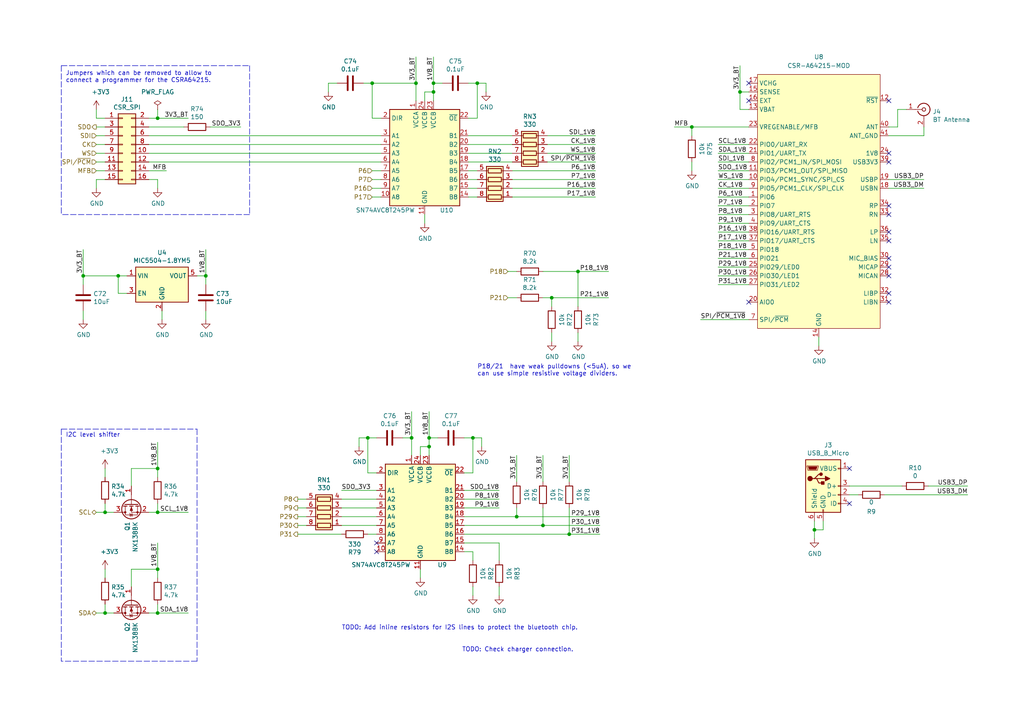
<source format=kicad_sch>
(kicad_sch (version 20201015) (generator eeschema)
  (paper "A4")
  (lib_symbols
    (symbol "Connector:Conn_Coaxial" (pin_names (offset 1.016) hide)
      (property "Reference" "J" (at 0.254 3.048 0))
      (property "Value" "Conn_Coaxial" (at 2.921 0 90))
      (symbol "Conn_Coaxial_0_1"
        (arc (start -1.778 0.508) (end 1.778 0) (radius (at -0.0508 0) (length 1.8034) (angles 163.6 0)) (stroke (width 0.254)))
        (arc (start 1.778 0) (end -1.778 -0.508) (radius (at -0.0254 0) (length 1.8034) (angles 0 -163.8)) (stroke (width 0.254)))
        (circle (center 0 0) (radius 0.508) (stroke (width 0.2032)))
        (polyline (pts (xy -2.54 0) (xy -0.508 0)))
        (polyline (pts (xy 0 -2.54) (xy 0 -1.778)))
      )
      (symbol "Conn_Coaxial_1_1"
        (pin passive line (at -5.08 0 0) (length 2.54) (name "In") (number "1"))
        (pin passive line (at 0 -5.08 90) (length 2.54) (name "Ext") (number "2"))
      )
    )
    (symbol "Connector:USB_B_Micro" (pin_names (offset 1.016))
      (property "Reference" "J" (at -5.08 11.43 0))
      (property "Value" "USB_B_Micro" (at -5.08 8.89 0))
      (symbol "USB_B_Micro_0_1"
        (circle (center -3.81 2.159) (radius 0.635) (stroke (width 0.254)) (fill (type outline)))
        (circle (center -0.635 3.429) (radius 0.381) (stroke (width 0.254)) (fill (type outline)))
        (rectangle (start -5.08 -7.62) (end 5.08 7.62) (stroke (width 0.254)) (fill (type background)))
        (rectangle (start -0.127 -7.62) (end 0.127 -6.858))
        (rectangle (start 0.254 1.27) (end -0.508 0.508) (stroke (width 0.254)) (fill (type outline)))
        (rectangle (start 5.08 -5.207) (end 4.318 -4.953))
        (rectangle (start 5.08 -2.667) (end 4.318 -2.413))
        (rectangle (start 5.08 -0.127) (end 4.318 0.127))
        (rectangle (start 5.08 4.953) (end 4.318 5.207))
        (polyline (pts (xy -1.905 2.159) (xy 0.635 2.159)) (stroke (width 0.254)))
        (polyline (pts (xy -3.175 2.159) (xy -2.54 2.159) (xy -1.27 3.429) (xy -0.635 3.429)) (stroke (width 0.254)))
        (polyline (pts (xy -2.54 2.159) (xy -1.905 2.159) (xy -1.27 0.889) (xy 0 0.889)) (stroke (width 0.254)))
        (polyline (pts (xy 0.635 2.794) (xy 0.635 1.524) (xy 1.905 2.159) (xy 0.635 2.794)) (stroke (width 0.254)) (fill (type outline)))
        (polyline (pts (xy -4.318 5.588) (xy -1.778 5.588) (xy -2.032 4.826) (xy -4.064 4.826) (xy -4.318 5.588)) (fill (type outline)))
        (polyline (pts (xy -4.699 5.842) (xy -4.699 5.588) (xy -4.445 4.826) (xy -4.445 4.572) (xy -1.651 4.572) (xy -1.651 4.826) (xy -1.397 5.588) (xy -1.397 5.842) (xy -4.699 5.842)))
      )
      (symbol "USB_B_Micro_1_1"
        (pin power_out line (at 7.62 5.08 180) (length 2.54) (name "VBUS") (number "1"))
        (pin bidirectional line (at 7.62 -2.54 180) (length 2.54) (name "D-") (number "2"))
        (pin bidirectional line (at 7.62 0 180) (length 2.54) (name "D+") (number "3"))
        (pin passive line (at 7.62 -5.08 180) (length 2.54) (name "ID") (number "4"))
        (pin power_out line (at 0 -10.16 90) (length 2.54) (name "GND") (number "5"))
        (pin passive line (at -2.54 -10.16 90) (length 2.54) (name "Shield") (number "6"))
      )
    )
    (symbol "Connector_Generic:Conn_02x08_Odd_Even" (pin_names (offset 1.016) hide)
      (property "Reference" "J" (at 1.27 10.16 0))
      (property "Value" "Conn_02x08_Odd_Even" (at 1.27 -12.7 0))
      (symbol "Conn_02x08_Odd_Even_1_1"
        (rectangle (start -1.27 -4.953) (end 0 -5.207) (stroke (width 0.1524)))
        (rectangle (start -1.27 -7.493) (end 0 -7.747) (stroke (width 0.1524)))
        (rectangle (start -1.27 -10.033) (end 0 -10.287) (stroke (width 0.1524)))
        (rectangle (start -1.27 -2.413) (end 0 -2.667) (stroke (width 0.1524)))
        (rectangle (start -1.27 2.667) (end 0 2.413) (stroke (width 0.1524)))
        (rectangle (start -1.27 5.207) (end 0 4.953) (stroke (width 0.1524)))
        (rectangle (start -1.27 7.747) (end 0 7.493) (stroke (width 0.1524)))
        (rectangle (start -1.27 8.89) (end 3.81 -11.43) (stroke (width 0.254)) (fill (type background)))
        (rectangle (start -1.27 0.127) (end 0 -0.127) (stroke (width 0.1524)))
        (rectangle (start 3.81 -4.953) (end 2.54 -5.207) (stroke (width 0.1524)))
        (rectangle (start 3.81 -7.493) (end 2.54 -7.747) (stroke (width 0.1524)))
        (rectangle (start 3.81 -10.033) (end 2.54 -10.287) (stroke (width 0.1524)))
        (rectangle (start 3.81 -2.413) (end 2.54 -2.667) (stroke (width 0.1524)))
        (rectangle (start 3.81 2.667) (end 2.54 2.413) (stroke (width 0.1524)))
        (rectangle (start 3.81 5.207) (end 2.54 4.953) (stroke (width 0.1524)))
        (rectangle (start 3.81 7.747) (end 2.54 7.493) (stroke (width 0.1524)))
        (rectangle (start 3.81 0.127) (end 2.54 -0.127) (stroke (width 0.1524)))
        (pin passive line (at -5.08 7.62 0) (length 3.81) (name "Pin_1") (number "1"))
        (pin passive line (at 7.62 -2.54 180) (length 3.81) (name "Pin_10") (number "10"))
        (pin passive line (at -5.08 -5.08 0) (length 3.81) (name "Pin_11") (number "11"))
        (pin passive line (at 7.62 -5.08 180) (length 3.81) (name "Pin_12") (number "12"))
        (pin passive line (at -5.08 -7.62 0) (length 3.81) (name "Pin_13") (number "13"))
        (pin passive line (at 7.62 -7.62 180) (length 3.81) (name "Pin_14") (number "14"))
        (pin passive line (at -5.08 -10.16 0) (length 3.81) (name "Pin_15") (number "15"))
        (pin passive line (at 7.62 -10.16 180) (length 3.81) (name "Pin_16") (number "16"))
        (pin passive line (at 7.62 7.62 180) (length 3.81) (name "Pin_2") (number "2"))
        (pin passive line (at -5.08 5.08 0) (length 3.81) (name "Pin_3") (number "3"))
        (pin passive line (at 7.62 5.08 180) (length 3.81) (name "Pin_4") (number "4"))
        (pin passive line (at -5.08 2.54 0) (length 3.81) (name "Pin_5") (number "5"))
        (pin passive line (at 7.62 2.54 180) (length 3.81) (name "Pin_6") (number "6"))
        (pin passive line (at -5.08 0 0) (length 3.81) (name "Pin_7") (number "7"))
        (pin passive line (at 7.62 0 180) (length 3.81) (name "Pin_8") (number "8"))
        (pin passive line (at -5.08 -2.54 0) (length 3.81) (name "Pin_9") (number "9"))
      )
    )
    (symbol "Device:C" (pin_numbers hide) (pin_names (offset 0.254))
      (property "Reference" "C" (at 0.635 2.54 0))
      (property "Value" "C" (at 0.635 -2.54 0))
      (symbol "C_0_1"
        (polyline (pts (xy -2.032 -0.762) (xy 2.032 -0.762)) (stroke (width 0.508)))
        (polyline (pts (xy -2.032 0.762) (xy 2.032 0.762)) (stroke (width 0.508)))
      )
      (symbol "C_1_1"
        (pin passive line (at 0 3.81 270) (length 2.794) (name "~") (number "1"))
        (pin passive line (at 0 -3.81 90) (length 2.794) (name "~") (number "2"))
      )
    )
    (symbol "Device:R" (pin_numbers hide) (pin_names (offset 0))
      (property "Reference" "R" (at 2.032 0 90))
      (property "Value" "R" (at 0 0 90))
      (symbol "R_0_1"
        (rectangle (start -1.016 -2.54) (end 1.016 2.54) (stroke (width 0.254)))
      )
      (symbol "R_1_1"
        (pin passive line (at 0 3.81 270) (length 1.27) (name "~") (number "1"))
        (pin passive line (at 0 -3.81 90) (length 1.27) (name "~") (number "2"))
      )
    )
    (symbol "Device:R_Pack04" (pin_names (offset 0) hide)
      (property "Reference" "RN" (at -7.62 0 90))
      (property "Value" "R_Pack04" (at 5.08 0 90))
      (symbol "R_Pack04_0_1"
        (rectangle (start -6.35 -2.413) (end 3.81 2.413) (stroke (width 0.254)) (fill (type background)))
        (rectangle (start -5.715 1.905) (end -4.445 -1.905) (stroke (width 0.254)))
        (rectangle (start -3.175 1.905) (end -1.905 -1.905) (stroke (width 0.254)))
        (rectangle (start -0.635 1.905) (end 0.635 -1.905) (stroke (width 0.254)))
        (rectangle (start 1.905 1.905) (end 3.175 -1.905) (stroke (width 0.254)))
        (polyline (pts (xy -5.08 -2.54) (xy -5.08 -1.905)))
        (polyline (pts (xy -5.08 1.905) (xy -5.08 2.54)))
        (polyline (pts (xy -2.54 -2.54) (xy -2.54 -1.905)))
        (polyline (pts (xy -2.54 1.905) (xy -2.54 2.54)))
        (polyline (pts (xy 0 -2.54) (xy 0 -1.905)))
        (polyline (pts (xy 0 1.905) (xy 0 2.54)))
        (polyline (pts (xy 2.54 -2.54) (xy 2.54 -1.905)))
        (polyline (pts (xy 2.54 1.905) (xy 2.54 2.54)))
      )
      (symbol "R_Pack04_1_1"
        (pin passive line (at -5.08 -5.08 90) (length 2.54) (name "R1.1") (number "1"))
        (pin passive line (at -2.54 -5.08 90) (length 2.54) (name "R2.1") (number "2"))
        (pin passive line (at 0 -5.08 90) (length 2.54) (name "R3.1") (number "3"))
        (pin passive line (at 2.54 -5.08 90) (length 2.54) (name "R4.1") (number "4"))
        (pin passive line (at 2.54 5.08 270) (length 2.54) (name "R4.2") (number "5"))
        (pin passive line (at 0 5.08 270) (length 2.54) (name "R3.2") (number "6"))
        (pin passive line (at -2.54 5.08 270) (length 2.54) (name "R2.2") (number "7"))
        (pin passive line (at -5.08 5.08 270) (length 2.54) (name "R1.2") (number "8"))
      )
    )
    (symbol "HackAmp-Symbols:CSR-A64215-MOD"
      (property "Reference" "U" (at -15.24 39.37 0))
      (property "Value" "CSR-A64215-MOD" (at 8.89 39.37 0))
      (symbol "CSR-A64215-MOD_0_1"
        (rectangle (start -17.78 38.1) (end 17.78 -35.56) (fill (type background)))
      )
      (symbol "CSR-A64215-MOD_1_1"
        (pin bidirectional line (at -20.32 2.54 0) (length 2.54) (name "PIO6") (number "1"))
        (pin bidirectional line (at -20.32 0 0) (length 2.54) (name "PIO7") (number "2"))
        (pin bidirectional line (at -20.32 -2.54 0) (length 2.54) (name "PIO8/UART_RTS") (number "3"))
        (pin bidirectional line (at -20.32 -5.08 0) (length 2.54) (name "PIO9/UART_CTS") (number "4"))
        (pin bidirectional line (at -20.32 -12.7 0) (length 2.54) (name "PIO18") (number "5"))
        (pin bidirectional line (at -20.32 -15.24 0) (length 2.54) (name "PIO21") (number "6"))
        (pin input line (at -20.32 -33.02 0) (length 2.54) (name "SPI/~PCM") (number "7"))
        (pin bidirectional line (at -20.32 12.7 0) (length 2.54) (name "PIO2/PCM1_IN/SPI_MOSI") (number "8"))
        (pin bidirectional line (at -20.32 5.08 0) (length 2.54) (name "PIO5/PCM1_CLK/SPI_CLK") (number "9"))
        (pin bidirectional line (at -20.32 7.62 0) (length 2.54) (name "PIO4/PCM1_SYNC/SPI_CS") (number "10"))
        (pin bidirectional line (at -20.32 10.16 0) (length 2.54) (name "PIO3/PCM1_OUT/SPI_MISO") (number "11"))
        (pin input line (at 20.32 30.48 180) (length 2.54) (name "~RST") (number "12"))
        (pin power_in line (at -20.32 27.94 0) (length 2.54) (name "VBAT") (number "13"))
        (pin power_in line (at 0 -38.1 90) (length 2.54) (name "GND") (number "14"))
        (pin bidirectional line (at 20.32 5.08 180) (length 2.54) (name "USBN") (number "18"))
        (pin bidirectional line (at -20.32 22.86 0) (length 2.54) (name "VREGENABLE/MFB") (number "23"))
        (pin power_out line (at 20.32 15.24 180) (length 2.54) (name "1V8") (number "24"))
        (pin output line (at -20.32 -17.78 0) (length 2.54) (name "PIO29/LED0") (number "25"))
        (pin output line (at -20.32 -20.32 0) (length 2.54) (name "PIO30/LED1") (number "26"))
        (pin output line (at -20.32 -22.86 0) (length 2.54) (name "PIO31/LED2") (number "27"))
        (pin bidirectional line (at 20.32 -20.32 180) (length 2.54) (name "MICAN") (number "28"))
        (pin bidirectional line (at 20.32 -17.78 180) (length 2.54) (name "MICAP") (number "29"))
        (pin bidirectional line (at 20.32 -15.24 180) (length 2.54) (name "MIC_BIAS") (number "30"))
        (pin bidirectional line (at 20.32 -27.94 180) (length 2.54) (name "LIBN") (number "31"))
        (pin bidirectional line (at 20.32 -25.4 180) (length 2.54) (name "LIBP") (number "32"))
        (pin bidirectional line (at 20.32 -2.54 180) (length 2.54) (name "RN") (number "33"))
        (pin bidirectional line (at 20.32 0 180) (length 2.54) (name "RP") (number "34"))
        (pin bidirectional line (at 20.32 -10.16 180) (length 2.54) (name "LN") (number "35"))
        (pin bidirectional line (at 20.32 -7.62 180) (length 2.54) (name "LP") (number "36"))
        (pin bidirectional line (at -20.32 -10.16 0) (length 2.54) (name "PIO17/UART_CTS") (number "37"))
        (pin bidirectional line (at -20.32 -7.62 0) (length 2.54) (name "PIO16/UART_RTS") (number "38"))
        (pin power_out line (at 20.32 12.7 180) (length 2.54) (name "USB3V3") (number "39"))
        (pin passive line (at 20.32 22.86 180) (length 2.54) (name "ANT") (number "40"))
        (pin passive line (at 20.32 20.32 180) (length 2.54) (name "ANT_GND") (number "41"))
        (pin power_in line (at -20.32 35.56 0) (length 2.54) (name "VCHG") (number "17"))
        (pin output line (at -20.32 30.48 0) (length 2.54) (name "EXT") (number "16"))
        (pin input line (at -20.32 33.02 0) (length 2.54) (name "SENSE") (number "15"))
        (pin bidirectional line (at 20.32 7.62 180) (length 2.54) (name "USBP") (number "19"))
        (pin power_in line (at -20.32 -27.94 0) (length 2.54) (name "AIO0") (number "20"))
        (pin bidirectional line (at -20.32 15.24 0) (length 2.54) (name "PIO1/UART_TX") (number "21"))
        (pin bidirectional line (at -20.32 17.78 0) (length 2.54) (name "PIO0/UART_RX") (number "22"))
      )
    )
    (symbol "Logic_LevelTranslator:SN74AVC8T245PW"
      (property "Reference" "U" (at -8.89 13.97 0))
      (property "Value" "SN74AVC8T245PW" (at 12.7 13.97 0))
      (symbol "SN74AVC8T245PW_0_1"
        (rectangle (start -10.16 12.7) (end 10.16 -15.24) (stroke (width 0.254)) (fill (type background)))
      )
      (symbol "SN74AVC8T245PW_1_1"
        (pin power_in line (at -2.54 15.24 270) (length 2.54) (name "VCCA") (number "1"))
        (pin bidirectional line (at -12.7 -12.7 0) (length 2.54) (name "A8") (number "10"))
        (pin power_in line (at 0 -17.78 90) (length 2.54) (name "GND") (number "11"))
        (pin passive line (at 0 -17.78 90) (length 2.54) hide (name "GND") (number "12"))
        (pin passive line (at 0 -17.78 90) (length 2.54) hide (name "GND") (number "13"))
        (pin bidirectional line (at 12.7 -12.7 180) (length 2.54) (name "B8") (number "14"))
        (pin bidirectional line (at 12.7 -10.16 180) (length 2.54) (name "B7") (number "15"))
        (pin bidirectional line (at 12.7 -7.62 180) (length 2.54) (name "B6") (number "16"))
        (pin bidirectional line (at 12.7 -5.08 180) (length 2.54) (name "B5") (number "17"))
        (pin bidirectional line (at 12.7 -2.54 180) (length 2.54) (name "B4") (number "18"))
        (pin bidirectional line (at 12.7 0 180) (length 2.54) (name "B3") (number "19"))
        (pin input line (at -12.7 10.16 0) (length 2.54) (name "DIR") (number "2"))
        (pin bidirectional line (at 12.7 2.54 180) (length 2.54) (name "B2") (number "20"))
        (pin bidirectional line (at 12.7 5.08 180) (length 2.54) (name "B1") (number "21"))
        (pin input line (at 12.7 10.16 180) (length 2.54) (name "~OE") (number "22"))
        (pin power_in line (at 2.54 15.24 270) (length 2.54) (name "VCCB") (number "23"))
        (pin power_in line (at 0 15.24 270) (length 2.54) (name "VCCB") (number "24"))
        (pin bidirectional line (at -12.7 5.08 0) (length 2.54) (name "A1") (number "3"))
        (pin bidirectional line (at -12.7 2.54 0) (length 2.54) (name "A2") (number "4"))
        (pin bidirectional line (at -12.7 0 0) (length 2.54) (name "A3") (number "5"))
        (pin bidirectional line (at -12.7 -2.54 0) (length 2.54) (name "A4") (number "6"))
        (pin bidirectional line (at -12.7 -5.08 0) (length 2.54) (name "A5") (number "7"))
        (pin bidirectional line (at -12.7 -7.62 0) (length 2.54) (name "A6") (number "8"))
        (pin bidirectional line (at -12.7 -10.16 0) (length 2.54) (name "A7") (number "9"))
      )
    )
    (symbol "Regulator_Linear:MIC5504-1.8YM5"
      (property "Reference" "U" (at -7.62 8.89 0))
      (property "Value" "MIC5504-1.8YM5" (at -7.62 6.35 0))
      (symbol "MIC5504-1.8YM5_0_1"
        (rectangle (start -7.62 -5.08) (end 7.62 5.08) (stroke (width 0.254)) (fill (type background)))
      )
      (symbol "MIC5504-1.8YM5_1_1"
        (pin power_in line (at -10.16 2.54 0) (length 2.54) (name "VIN") (number "1"))
        (pin power_in line (at 0 -7.62 90) (length 2.54) (name "GND") (number "2"))
        (pin input line (at -10.16 -2.54 0) (length 2.54) (name "EN") (number "3"))
        (pin unconnected line (at 7.62 -2.54 180) (length 2.54) hide (name "NC") (number "4"))
        (pin power_out line (at 10.16 2.54 180) (length 2.54) (name "VOUT") (number "5"))
      )
    )
    (symbol "Transistor_FET:BSS138" (pin_names hide)
      (property "Reference" "Q" (at 5.08 1.905 0))
      (property "Value" "BSS138" (at 5.08 0 0))
      (symbol "BSS138_0_1"
        (circle (center 1.651 0) (radius 2.794) (stroke (width 0.254)))
        (circle (center 2.54 -1.778) (radius 0.254) (fill (type outline)))
        (circle (center 2.54 1.778) (radius 0.254) (fill (type outline)))
        (polyline (pts (xy 0.254 0) (xy -2.54 0)))
        (polyline (pts (xy 0.254 1.905) (xy 0.254 -1.905)) (stroke (width 0.254)))
        (polyline (pts (xy 0.762 -1.27) (xy 0.762 -2.286)) (stroke (width 0.254)))
        (polyline (pts (xy 0.762 0.508) (xy 0.762 -0.508)) (stroke (width 0.254)))
        (polyline (pts (xy 0.762 2.286) (xy 0.762 1.27)) (stroke (width 0.254)))
        (polyline (pts (xy 2.54 2.54) (xy 2.54 1.778)))
        (polyline (pts (xy 2.54 -2.54) (xy 2.54 0) (xy 0.762 0)))
        (polyline (pts (xy 0.762 -1.778) (xy 3.302 -1.778) (xy 3.302 1.778) (xy 0.762 1.778)))
        (polyline (pts (xy 1.016 0) (xy 2.032 0.381) (xy 2.032 -0.381) (xy 1.016 0)) (fill (type outline)))
        (polyline (pts (xy 2.794 0.508) (xy 2.921 0.381) (xy 3.683 0.381) (xy 3.81 0.254)))
        (polyline (pts (xy 3.302 0.381) (xy 2.921 -0.254) (xy 3.683 -0.254) (xy 3.302 0.381)))
      )
      (symbol "BSS138_1_1"
        (pin input line (at -5.08 0 0) (length 2.54) (name "G") (number "1"))
        (pin passive line (at 2.54 -5.08 90) (length 2.54) (name "S") (number "2"))
        (pin passive line (at 2.54 5.08 270) (length 2.54) (name "D") (number "3"))
      )
    )
    (symbol "Transistor_FET:BSS138_1" (pin_names hide)
      (property "Reference" "Q" (at 5.08 1.905 0))
      (property "Value" "BSS138" (at 5.08 0 0))
      (symbol "BSS138_1_0_1"
        (circle (center 1.651 0) (radius 2.794) (stroke (width 0.254)))
        (circle (center 2.54 -1.778) (radius 0.254) (fill (type outline)))
        (circle (center 2.54 1.778) (radius 0.254) (fill (type outline)))
        (polyline (pts (xy 0.254 0) (xy -2.54 0)))
        (polyline (pts (xy 0.254 1.905) (xy 0.254 -1.905)) (stroke (width 0.254)))
        (polyline (pts (xy 0.762 -1.27) (xy 0.762 -2.286)) (stroke (width 0.254)))
        (polyline (pts (xy 0.762 0.508) (xy 0.762 -0.508)) (stroke (width 0.254)))
        (polyline (pts (xy 0.762 2.286) (xy 0.762 1.27)) (stroke (width 0.254)))
        (polyline (pts (xy 2.54 2.54) (xy 2.54 1.778)))
        (polyline (pts (xy 2.54 -2.54) (xy 2.54 0) (xy 0.762 0)))
        (polyline (pts (xy 0.762 -1.778) (xy 3.302 -1.778) (xy 3.302 1.778) (xy 0.762 1.778)))
        (polyline (pts (xy 1.016 0) (xy 2.032 0.381) (xy 2.032 -0.381) (xy 1.016 0)) (fill (type outline)))
        (polyline (pts (xy 2.794 0.508) (xy 2.921 0.381) (xy 3.683 0.381) (xy 3.81 0.254)))
        (polyline (pts (xy 3.302 0.381) (xy 2.921 -0.254) (xy 3.683 -0.254) (xy 3.302 0.381)))
      )
      (symbol "BSS138_1_1_1"
        (pin input line (at -5.08 0 0) (length 2.54) (name "G") (number "1"))
        (pin passive line (at 2.54 -5.08 90) (length 2.54) (name "S") (number "2"))
        (pin passive line (at 2.54 5.08 270) (length 2.54) (name "D") (number "3"))
      )
    )
    (symbol "power:+3V3" (power) (pin_names (offset 0))
      (property "Value" "+3V3" (at 0 3.556 0))
      (symbol "+3V3_0_1"
        (polyline (pts (xy -0.762 1.27) (xy 0 2.54)))
        (polyline (pts (xy 0 0) (xy 0 2.54)))
        (polyline (pts (xy 0 2.54) (xy 0.762 1.27)))
      )
      (symbol "+3V3_1_1"
        (pin power_in line (at 0 0 90) (length 0) hide (name "+3V3") (number "1"))
      )
    )
    (symbol "power:GND" (power) (pin_names (offset 0))
      (property "Value" "GND" (at 0 -3.81 0))
      (symbol "GND_0_1"
        (polyline (pts (xy 0 0) (xy 0 -1.27) (xy 1.27 -1.27) (xy 0 -2.54) (xy -1.27 -1.27) (xy 0 -1.27)))
      )
      (symbol "GND_1_1"
        (pin power_in line (at 0 0 270) (length 0) hide (name "GND") (number "1"))
      )
    )
    (symbol "power:PWR_FLAG" (power) (pin_numbers hide) (pin_names (offset 0) hide)
      (property "Value" "PWR_FLAG" (at 0 3.81 0))
      (symbol "PWR_FLAG_0_0"
        (pin power_out line (at 0 0 90) (length 0) (name "pwr") (number "1"))
      )
      (symbol "PWR_FLAG_0_1"
        (polyline (pts (xy 0 0) (xy 0 1.27) (xy -1.016 1.905) (xy 0 2.54) (xy 1.016 1.905) (xy 0 1.27)))
      )
    )
  )
  (junction (at 24.13 80.01) (diameter 0.9144))
  (junction (at 30.48 148.59) (diameter 0.9144))
  (junction (at 30.48 177.8) (diameter 0.9144))
  (junction (at 34.29 80.01) (diameter 0.9144))
  (junction (at 45.72 34.29) (diameter 0.9144))
  (junction (at 45.72 135.89) (diameter 0.9144))
  (junction (at 45.72 148.59) (diameter 0.9144))
  (junction (at 45.72 165.1) (diameter 0.9144))
  (junction (at 45.72 177.8) (diameter 0.9144))
  (junction (at 59.69 80.01) (diameter 0.9144))
  (junction (at 106.68 127) (diameter 0.9144))
  (junction (at 107.95 24.13) (diameter 0.9144))
  (junction (at 119.38 127) (diameter 0.9144))
  (junction (at 120.65 24.13) (diameter 0.9144))
  (junction (at 124.46 127) (diameter 0.9144))
  (junction (at 124.46 129.54) (diameter 0.9144))
  (junction (at 125.73 24.13) (diameter 0.9144))
  (junction (at 125.73 26.67) (diameter 0.9144))
  (junction (at 137.16 127) (diameter 0.9144))
  (junction (at 138.43 24.13) (diameter 0.9144))
  (junction (at 149.86 149.86) (diameter 0.9144))
  (junction (at 157.48 152.4) (diameter 0.9144))
  (junction (at 160.02 86.36) (diameter 0.9144))
  (junction (at 165.1 154.94) (diameter 0.9144))
  (junction (at 167.64 78.74) (diameter 0.9144))
  (junction (at 200.66 36.83) (diameter 0.9144))
  (junction (at 214.63 26.67) (diameter 0.9144))
  (junction (at 236.22 153.67) (diameter 0.9144))
  (no_connect (at 257.81 44.45))
  (no_connect (at 257.81 29.21))
  (no_connect (at 257.81 80.01))
  (no_connect (at 109.22 157.48))
  (no_connect (at 257.81 85.09))
  (no_connect (at 246.38 146.05))
  (no_connect (at 257.81 77.47))
  (no_connect (at 257.81 69.85))
  (no_connect (at 109.22 160.02))
  (no_connect (at 246.38 135.89))
  (no_connect (at 217.17 87.63))
  (no_connect (at 257.81 87.63))
  (no_connect (at 257.81 46.99))
  (no_connect (at 257.81 74.93))
  (no_connect (at 217.17 29.21))
  (no_connect (at 217.17 24.13))
  (no_connect (at 257.81 67.31))
  (no_connect (at 257.81 62.23))
  (no_connect (at 257.81 59.69))
  (wire (pts (xy 24.13 72.39) (xy 24.13 80.01)))
  (wire (pts (xy 24.13 80.01) (xy 24.13 82.55)))
  (wire (pts (xy 24.13 90.17) (xy 24.13 92.71)))
  (wire (pts (xy 27.94 34.29) (xy 27.94 31.75)))
  (wire (pts (xy 27.94 36.83) (xy 30.48 36.83)))
  (wire (pts (xy 27.94 39.37) (xy 30.48 39.37)))
  (wire (pts (xy 27.94 41.91) (xy 30.48 41.91)))
  (wire (pts (xy 27.94 44.45) (xy 30.48 44.45)))
  (wire (pts (xy 27.94 46.99) (xy 30.48 46.99)))
  (wire (pts (xy 27.94 49.53) (xy 30.48 49.53)))
  (wire (pts (xy 27.94 52.07) (xy 27.94 54.61)))
  (wire (pts (xy 27.94 148.59) (xy 30.48 148.59)))
  (wire (pts (xy 27.94 177.8) (xy 30.48 177.8)))
  (wire (pts (xy 30.48 34.29) (xy 27.94 34.29)))
  (wire (pts (xy 30.48 52.07) (xy 27.94 52.07)))
  (wire (pts (xy 30.48 135.89) (xy 30.48 138.43)))
  (wire (pts (xy 30.48 146.05) (xy 30.48 148.59)))
  (wire (pts (xy 30.48 148.59) (xy 33.02 148.59)))
  (wire (pts (xy 30.48 165.1) (xy 30.48 167.64)))
  (wire (pts (xy 30.48 175.26) (xy 30.48 177.8)))
  (wire (pts (xy 30.48 177.8) (xy 33.02 177.8)))
  (wire (pts (xy 34.29 80.01) (xy 24.13 80.01)))
  (wire (pts (xy 34.29 80.01) (xy 36.83 80.01)))
  (wire (pts (xy 34.29 85.09) (xy 34.29 80.01)))
  (wire (pts (xy 36.83 85.09) (xy 34.29 85.09)))
  (wire (pts (xy 38.1 135.89) (xy 38.1 140.97)))
  (wire (pts (xy 38.1 165.1) (xy 38.1 170.18)))
  (wire (pts (xy 43.18 34.29) (xy 45.72 34.29)))
  (wire (pts (xy 43.18 36.83) (xy 53.34 36.83)))
  (wire (pts (xy 43.18 39.37) (xy 110.49 39.37)))
  (wire (pts (xy 43.18 41.91) (xy 110.49 41.91)))
  (wire (pts (xy 43.18 44.45) (xy 110.49 44.45)))
  (wire (pts (xy 43.18 46.99) (xy 110.49 46.99)))
  (wire (pts (xy 43.18 49.53) (xy 48.26 49.53)))
  (wire (pts (xy 43.18 52.07) (xy 45.72 52.07)))
  (wire (pts (xy 45.72 31.75) (xy 45.72 34.29)))
  (wire (pts (xy 45.72 34.29) (xy 54.61 34.29)))
  (wire (pts (xy 45.72 52.07) (xy 45.72 54.61)))
  (wire (pts (xy 45.72 128.27) (xy 45.72 135.89)))
  (wire (pts (xy 45.72 135.89) (xy 38.1 135.89)))
  (wire (pts (xy 45.72 135.89) (xy 45.72 138.43)))
  (wire (pts (xy 45.72 146.05) (xy 45.72 148.59)))
  (wire (pts (xy 45.72 148.59) (xy 43.18 148.59)))
  (wire (pts (xy 45.72 148.59) (xy 54.61 148.59)))
  (wire (pts (xy 45.72 157.48) (xy 45.72 165.1)))
  (wire (pts (xy 45.72 165.1) (xy 38.1 165.1)))
  (wire (pts (xy 45.72 165.1) (xy 45.72 167.64)))
  (wire (pts (xy 45.72 175.26) (xy 45.72 177.8)))
  (wire (pts (xy 45.72 177.8) (xy 43.18 177.8)))
  (wire (pts (xy 45.72 177.8) (xy 54.61 177.8)))
  (wire (pts (xy 46.99 90.17) (xy 46.99 92.71)))
  (wire (pts (xy 57.15 80.01) (xy 59.69 80.01)))
  (wire (pts (xy 59.69 72.39) (xy 59.69 80.01)))
  (wire (pts (xy 59.69 80.01) (xy 59.69 82.55)))
  (wire (pts (xy 59.69 90.17) (xy 59.69 92.71)))
  (wire (pts (xy 60.96 36.83) (xy 69.85 36.83)))
  (wire (pts (xy 86.36 144.78) (xy 88.9 144.78)))
  (wire (pts (xy 86.36 147.32) (xy 88.9 147.32)))
  (wire (pts (xy 86.36 149.86) (xy 88.9 149.86)))
  (wire (pts (xy 86.36 152.4) (xy 88.9 152.4)))
  (wire (pts (xy 86.36 154.94) (xy 99.06 154.94)))
  (wire (pts (xy 95.25 24.13) (xy 95.25 26.67)))
  (wire (pts (xy 97.79 24.13) (xy 95.25 24.13)))
  (wire (pts (xy 99.06 142.24) (xy 109.22 142.24)))
  (wire (pts (xy 99.06 144.78) (xy 109.22 144.78)))
  (wire (pts (xy 99.06 147.32) (xy 109.22 147.32)))
  (wire (pts (xy 99.06 149.86) (xy 109.22 149.86)))
  (wire (pts (xy 99.06 152.4) (xy 109.22 152.4)))
  (wire (pts (xy 104.14 127) (xy 104.14 129.54)))
  (wire (pts (xy 105.41 24.13) (xy 107.95 24.13)))
  (wire (pts (xy 106.68 127) (xy 104.14 127)))
  (wire (pts (xy 106.68 137.16) (xy 106.68 127)))
  (wire (pts (xy 106.68 154.94) (xy 109.22 154.94)))
  (wire (pts (xy 107.95 24.13) (xy 120.65 24.13)))
  (wire (pts (xy 107.95 34.29) (xy 107.95 24.13)))
  (wire (pts (xy 107.95 49.53) (xy 110.49 49.53)))
  (wire (pts (xy 107.95 52.07) (xy 110.49 52.07)))
  (wire (pts (xy 107.95 54.61) (xy 110.49 54.61)))
  (wire (pts (xy 107.95 57.15) (xy 110.49 57.15)))
  (wire (pts (xy 109.22 127) (xy 106.68 127)))
  (wire (pts (xy 109.22 137.16) (xy 106.68 137.16)))
  (wire (pts (xy 110.49 34.29) (xy 107.95 34.29)))
  (wire (pts (xy 116.84 127) (xy 119.38 127)))
  (wire (pts (xy 119.38 119.38) (xy 119.38 127)))
  (wire (pts (xy 119.38 127) (xy 119.38 132.08)))
  (wire (pts (xy 120.65 16.51) (xy 120.65 24.13)))
  (wire (pts (xy 120.65 24.13) (xy 120.65 29.21)))
  (wire (pts (xy 121.92 129.54) (xy 124.46 129.54)))
  (wire (pts (xy 121.92 132.08) (xy 121.92 129.54)))
  (wire (pts (xy 121.92 165.1) (xy 121.92 167.64)))
  (wire (pts (xy 123.19 26.67) (xy 125.73 26.67)))
  (wire (pts (xy 123.19 29.21) (xy 123.19 26.67)))
  (wire (pts (xy 123.19 62.23) (xy 123.19 64.77)))
  (wire (pts (xy 124.46 119.38) (xy 124.46 127)))
  (wire (pts (xy 124.46 127) (xy 124.46 129.54)))
  (wire (pts (xy 124.46 127) (xy 127 127)))
  (wire (pts (xy 124.46 129.54) (xy 124.46 132.08)))
  (wire (pts (xy 125.73 16.51) (xy 125.73 24.13)))
  (wire (pts (xy 125.73 24.13) (xy 125.73 26.67)))
  (wire (pts (xy 125.73 24.13) (xy 128.27 24.13)))
  (wire (pts (xy 125.73 26.67) (xy 125.73 29.21)))
  (wire (pts (xy 134.62 127) (xy 137.16 127)))
  (wire (pts (xy 134.62 137.16) (xy 137.16 137.16)))
  (wire (pts (xy 134.62 142.24) (xy 144.78 142.24)))
  (wire (pts (xy 134.62 144.78) (xy 144.78 144.78)))
  (wire (pts (xy 134.62 147.32) (xy 144.78 147.32)))
  (wire (pts (xy 134.62 149.86) (xy 149.86 149.86)))
  (wire (pts (xy 134.62 152.4) (xy 157.48 152.4)))
  (wire (pts (xy 134.62 154.94) (xy 165.1 154.94)))
  (wire (pts (xy 134.62 160.02) (xy 137.16 160.02)))
  (wire (pts (xy 135.89 24.13) (xy 138.43 24.13)))
  (wire (pts (xy 135.89 34.29) (xy 138.43 34.29)))
  (wire (pts (xy 135.89 39.37) (xy 148.59 39.37)))
  (wire (pts (xy 135.89 41.91) (xy 148.59 41.91)))
  (wire (pts (xy 135.89 44.45) (xy 148.59 44.45)))
  (wire (pts (xy 135.89 46.99) (xy 148.59 46.99)))
  (wire (pts (xy 135.89 49.53) (xy 138.43 49.53)))
  (wire (pts (xy 135.89 52.07) (xy 138.43 52.07)))
  (wire (pts (xy 135.89 54.61) (xy 138.43 54.61)))
  (wire (pts (xy 135.89 57.15) (xy 138.43 57.15)))
  (wire (pts (xy 137.16 127) (xy 139.7 127)))
  (wire (pts (xy 137.16 137.16) (xy 137.16 127)))
  (wire (pts (xy 137.16 160.02) (xy 137.16 162.56)))
  (wire (pts (xy 137.16 170.18) (xy 137.16 172.72)))
  (wire (pts (xy 138.43 24.13) (xy 140.97 24.13)))
  (wire (pts (xy 138.43 34.29) (xy 138.43 24.13)))
  (wire (pts (xy 139.7 127) (xy 139.7 129.54)))
  (wire (pts (xy 140.97 24.13) (xy 140.97 26.67)))
  (wire (pts (xy 144.78 157.48) (xy 134.62 157.48)))
  (wire (pts (xy 144.78 162.56) (xy 144.78 157.48)))
  (wire (pts (xy 144.78 170.18) (xy 144.78 172.72)))
  (wire (pts (xy 147.32 78.74) (xy 149.86 78.74)))
  (wire (pts (xy 147.32 86.36) (xy 149.86 86.36)))
  (wire (pts (xy 148.59 49.53) (xy 172.72 49.53)))
  (wire (pts (xy 148.59 52.07) (xy 172.72 52.07)))
  (wire (pts (xy 148.59 54.61) (xy 172.72 54.61)))
  (wire (pts (xy 148.59 57.15) (xy 172.72 57.15)))
  (wire (pts (xy 149.86 132.08) (xy 149.86 139.7)))
  (wire (pts (xy 149.86 149.86) (xy 149.86 147.32)))
  (wire (pts (xy 149.86 149.86) (xy 173.99 149.86)))
  (wire (pts (xy 157.48 78.74) (xy 167.64 78.74)))
  (wire (pts (xy 157.48 86.36) (xy 160.02 86.36)))
  (wire (pts (xy 157.48 132.08) (xy 157.48 139.7)))
  (wire (pts (xy 157.48 152.4) (xy 157.48 147.32)))
  (wire (pts (xy 157.48 152.4) (xy 173.99 152.4)))
  (wire (pts (xy 158.75 39.37) (xy 172.72 39.37)))
  (wire (pts (xy 158.75 41.91) (xy 172.72 41.91)))
  (wire (pts (xy 158.75 44.45) (xy 172.72 44.45)))
  (wire (pts (xy 158.75 46.99) (xy 172.72 46.99)))
  (wire (pts (xy 160.02 86.36) (xy 160.02 88.9)))
  (wire (pts (xy 160.02 86.36) (xy 176.53 86.36)))
  (wire (pts (xy 160.02 96.52) (xy 160.02 99.06)))
  (wire (pts (xy 165.1 132.08) (xy 165.1 139.7)))
  (wire (pts (xy 165.1 154.94) (xy 165.1 147.32)))
  (wire (pts (xy 165.1 154.94) (xy 173.99 154.94)))
  (wire (pts (xy 167.64 78.74) (xy 167.64 88.9)))
  (wire (pts (xy 167.64 78.74) (xy 176.53 78.74)))
  (wire (pts (xy 167.64 96.52) (xy 167.64 99.06)))
  (wire (pts (xy 195.58 36.83) (xy 200.66 36.83)))
  (wire (pts (xy 200.66 36.83) (xy 200.66 39.37)))
  (wire (pts (xy 200.66 46.99) (xy 200.66 49.53)))
  (wire (pts (xy 203.2 92.71) (xy 217.17 92.71)))
  (wire (pts (xy 208.28 41.91) (xy 217.17 41.91)))
  (wire (pts (xy 208.28 44.45) (xy 217.17 44.45)))
  (wire (pts (xy 208.28 46.99) (xy 217.17 46.99)))
  (wire (pts (xy 208.28 49.53) (xy 217.17 49.53)))
  (wire (pts (xy 208.28 52.07) (xy 217.17 52.07)))
  (wire (pts (xy 208.28 54.61) (xy 217.17 54.61)))
  (wire (pts (xy 208.28 57.15) (xy 217.17 57.15)))
  (wire (pts (xy 208.28 59.69) (xy 217.17 59.69)))
  (wire (pts (xy 208.28 62.23) (xy 217.17 62.23)))
  (wire (pts (xy 208.28 64.77) (xy 217.17 64.77)))
  (wire (pts (xy 208.28 67.31) (xy 217.17 67.31)))
  (wire (pts (xy 208.28 69.85) (xy 217.17 69.85)))
  (wire (pts (xy 208.28 72.39) (xy 217.17 72.39)))
  (wire (pts (xy 208.28 74.93) (xy 217.17 74.93)))
  (wire (pts (xy 208.28 77.47) (xy 217.17 77.47)))
  (wire (pts (xy 208.28 80.01) (xy 217.17 80.01)))
  (wire (pts (xy 208.28 82.55) (xy 217.17 82.55)))
  (wire (pts (xy 214.63 19.05) (xy 214.63 26.67)))
  (wire (pts (xy 214.63 26.67) (xy 214.63 31.75)))
  (wire (pts (xy 214.63 26.67) (xy 217.17 26.67)))
  (wire (pts (xy 214.63 31.75) (xy 217.17 31.75)))
  (wire (pts (xy 217.17 36.83) (xy 200.66 36.83)))
  (wire (pts (xy 236.22 151.13) (xy 236.22 153.67)))
  (wire (pts (xy 236.22 153.67) (xy 236.22 156.21)))
  (wire (pts (xy 237.49 97.79) (xy 237.49 100.33)))
  (wire (pts (xy 238.76 151.13) (xy 238.76 153.67)))
  (wire (pts (xy 238.76 153.67) (xy 236.22 153.67)))
  (wire (pts (xy 246.38 143.51) (xy 248.92 143.51)))
  (wire (pts (xy 256.54 143.51) (xy 280.67 143.51)))
  (wire (pts (xy 257.81 36.83) (xy 260.35 36.83)))
  (wire (pts (xy 257.81 52.07) (xy 267.97 52.07)))
  (wire (pts (xy 257.81 54.61) (xy 267.97 54.61)))
  (wire (pts (xy 260.35 31.75) (xy 262.89 31.75)))
  (wire (pts (xy 260.35 36.83) (xy 260.35 31.75)))
  (wire (pts (xy 261.62 140.97) (xy 246.38 140.97)))
  (wire (pts (xy 267.97 36.83) (xy 267.97 39.37)))
  (wire (pts (xy 267.97 39.37) (xy 257.81 39.37)))
  (wire (pts (xy 269.24 140.97) (xy 280.67 140.97)))
  (polyline (pts (xy 17.78 19.05) (xy 17.78 62.23)) (stroke (width 0) (type dash)))
  (polyline (pts (xy 17.78 19.05) (xy 72.39 19.05)) (stroke (width 0) (type dash)))
  (polyline (pts (xy 17.78 124.46) (xy 17.78 191.77)) (stroke (width 0) (type dash)))
  (polyline (pts (xy 17.78 124.46) (xy 57.15 124.46)) (stroke (width 0) (type dash)))
  (polyline (pts (xy 57.15 124.46) (xy 57.15 191.77)) (stroke (width 0) (type dash)))
  (polyline (pts (xy 57.15 191.77) (xy 17.78 191.77)) (stroke (width 0) (type dash)))
  (polyline (pts (xy 72.39 19.05) (xy 72.39 62.23)) (stroke (width 0) (type dash)))
  (polyline (pts (xy 72.39 62.23) (xy 17.78 62.23)) (stroke (width 0) (type dash)))
  (text "Jumpers which can be removed to allow to\nconnect a programmer for the CSRA64215." (at 19.05 24.13 0) (effects (font (size 1.27 1.27)) (justify left bottom)))
  (text "I2C level shifter" (at 19.05 127 0) (effects (font (size 1.27 1.27)) (justify left bottom)))
  (text "P18/21  have weak pulldowns (<5uA), so we\ncan use simple resistive voltage dividers." (at 138.43 109.22 0) (effects (font (size 1.27 1.27)) (justify left bottom)))
  (text "TODO: Check charger connection." (at 166.37 189.23 180) (effects (font (size 1.27 1.27)) (justify right bottom)))
  (text "TODO: Add inline resistors for I2S lines to protect the bluetooth chip." (at 167.64 182.88 0) (effects (font (size 1.27 1.27)) (justify right bottom)))
  (label "3V3_BT" (at 24.13 72.39 270))
  (label "1V8_BT" (at 45.72 128.27 270))
  (label "1V8_BT" (at 45.72 157.48 270))
  (label "MFB" (at 48.26 49.53 180))
  (label "3V3_BT" (at 54.61 34.29 180))
  (label "SCL_1V8" (at 54.61 148.59 180))
  (label "SDA_1V8" (at 54.61 177.8 180))
  (label "1V8_BT" (at 59.69 72.39 270))
  (label "SDO_3V3" (at 69.85 36.83 180))
  (label "SDO_3V3" (at 99.06 142.24 0))
  (label "3V3_BT" (at 119.38 119.38 270))
  (label "3V3_BT" (at 120.65 16.51 270))
  (label "1V8_BT" (at 124.46 119.38 270))
  (label "1V8_BT" (at 125.73 16.51 270))
  (label "SDO_1V8" (at 144.78 142.24 180))
  (label "P8_1V8" (at 144.78 144.78 180))
  (label "P9_1V8" (at 144.78 147.32 180))
  (label "3V3_BT" (at 149.86 132.08 270))
  (label "3V3_BT" (at 157.48 132.08 270))
  (label "3V3_BT" (at 165.1 132.08 270))
  (label "SDI_1V8" (at 172.72 39.37 180))
  (label "CK_1V8" (at 172.72 41.91 180))
  (label "WS_1V8" (at 172.72 44.45 180))
  (label "SPI{slash}~PCM_1V8" (at 172.72 46.99 180))
  (label "P6_1V8" (at 172.72 49.53 180))
  (label "P7_1V8" (at 172.72 52.07 180))
  (label "P16_1V8" (at 172.72 54.61 180))
  (label "P17_1V8" (at 172.72 57.15 180))
  (label "P29_1V8" (at 173.99 149.86 180))
  (label "P30_1V8" (at 173.99 152.4 180))
  (label "P31_1V8" (at 173.99 154.94 180))
  (label "P18_1V8" (at 176.53 78.74 180))
  (label "P21_1V8" (at 176.53 86.36 180))
  (label "MFB" (at 195.58 36.83 0))
  (label "SPI{slash}~PCM_1V8" (at 203.2 92.71 0))
  (label "SCL_1V8" (at 208.28 41.91 0))
  (label "SDA_1V8" (at 208.28 44.45 0))
  (label "SDI_1V8" (at 208.28 46.99 0))
  (label "SDO_1V8" (at 208.28 49.53 0))
  (label "WS_1V8" (at 208.28 52.07 0))
  (label "CK_1V8" (at 208.28 54.61 0))
  (label "P6_1V8" (at 208.28 57.15 0))
  (label "P7_1V8" (at 208.28 59.69 0))
  (label "P8_1V8" (at 208.28 62.23 0))
  (label "P9_1V8" (at 208.28 64.77 0))
  (label "P16_1V8" (at 208.28 67.31 0))
  (label "P17_1V8" (at 208.28 69.85 0))
  (label "P18_1V8" (at 208.28 72.39 0))
  (label "P21_1V8" (at 208.28 74.93 0))
  (label "P29_1V8" (at 208.28 77.47 0))
  (label "P30_1V8" (at 208.28 80.01 0))
  (label "P31_1V8" (at 208.28 82.55 0))
  (label "3V3_BT" (at 214.63 19.05 270))
  (label "USB3_DP" (at 267.97 52.07 180))
  (label "USB3_DM" (at 267.97 54.61 180))
  (label "USB3_DP" (at 280.67 140.97 180))
  (label "USB3_DM" (at 280.67 143.51 180))
  (hierarchical_label "SDO" (shape output) (at 27.94 36.83 180))
  (hierarchical_label "SDI" (shape input) (at 27.94 39.37 180))
  (hierarchical_label "CK" (shape input) (at 27.94 41.91 180))
  (hierarchical_label "WS" (shape input) (at 27.94 44.45 180))
  (hierarchical_label "SPI{slash}~PCM" (shape input) (at 27.94 46.99 180))
  (hierarchical_label "MFB" (shape input) (at 27.94 49.53 180))
  (hierarchical_label "SCL" (shape bidirectional) (at 27.94 148.59 180))
  (hierarchical_label "SDA" (shape bidirectional) (at 27.94 177.8 180))
  (hierarchical_label "P8" (shape output) (at 86.36 144.78 180))
  (hierarchical_label "P9" (shape output) (at 86.36 147.32 180))
  (hierarchical_label "P29" (shape output) (at 86.36 149.86 180))
  (hierarchical_label "P30" (shape output) (at 86.36 152.4 180))
  (hierarchical_label "P31" (shape output) (at 86.36 154.94 180))
  (hierarchical_label "P6" (shape input) (at 107.95 49.53 180))
  (hierarchical_label "P7" (shape input) (at 107.95 52.07 180))
  (hierarchical_label "P16" (shape input) (at 107.95 54.61 180))
  (hierarchical_label "P17" (shape input) (at 107.95 57.15 180))
  (hierarchical_label "P18" (shape input) (at 147.32 78.74 180))
  (hierarchical_label "P21" (shape input) (at 147.32 86.36 180))
  (symbol (lib_id "power:PWR_FLAG") (at 45.72 31.75 0) (unit 1)
    (property "Reference" "#FLG0106" (effects hide))
    (property "Value" "PWR_FLAG" (at 45.72 26.67 0))
  )
  (symbol (lib_id "power:+3V3") (at 27.94 31.75 0) (unit 1)
    (property "Reference" "#PWR0220" (effects hide))
    (property "Value" "+3V3" (at 29.21 26.67 0))
  )
  (symbol (lib_id "power:+3V3") (at 30.48 135.89 0) (unit 1)
    (property "Reference" "#PWR0175" (effects hide))
    (property "Value" "+3V3" (at 31.75 130.81 0))
  )
  (symbol (lib_id "power:+3V3") (at 30.48 165.1 0) (unit 1)
    (property "Reference" "#PWR0176" (effects hide))
    (property "Value" "+3V3" (at 31.75 160.02 0))
  )
  (symbol (lib_id "power:GND") (at 24.13 92.71 0) (unit 1)
    (property "Reference" "#PWR0218" (effects hide))
    (property "Value" "GND" (at 24.257 97.1042 0))
  )
  (symbol (lib_id "power:GND") (at 27.94 54.61 0) (unit 1)
    (property "Reference" "#PWR0221" (effects hide))
    (property "Value" "GND" (at 28.067 59.0042 0))
  )
  (symbol (lib_id "power:GND") (at 45.72 54.61 0) (unit 1)
    (property "Reference" "#PWR0222" (effects hide))
    (property "Value" "GND" (at 45.847 59.0042 0))
  )
  (symbol (lib_id "power:GND") (at 46.99 92.71 0) (unit 1)
    (property "Reference" "#PWR0217" (effects hide))
    (property "Value" "GND" (at 47.117 97.1042 0))
  )
  (symbol (lib_id "power:GND") (at 59.69 92.71 0) (unit 1)
    (property "Reference" "#PWR0216" (effects hide))
    (property "Value" "GND" (at 59.817 97.1042 0))
  )
  (symbol (lib_id "power:GND") (at 95.25 26.67 0) (unit 1)
    (property "Reference" "#PWR0224" (effects hide))
    (property "Value" "GND" (at 95.377 31.0642 0))
  )
  (symbol (lib_id "power:GND") (at 104.14 129.54 0) (unit 1)
    (property "Reference" "#PWR0227" (effects hide))
    (property "Value" "GND" (at 104.267 133.9342 0))
  )
  (symbol (lib_id "power:GND") (at 121.92 167.64 0) (unit 1)
    (property "Reference" "#PWR0228" (effects hide))
    (property "Value" "GND" (at 122.047 172.0342 0))
  )
  (symbol (lib_id "power:GND") (at 123.19 64.77 0) (unit 1)
    (property "Reference" "#PWR0161" (effects hide))
    (property "Value" "GND" (at 123.317 69.1642 0))
  )
  (symbol (lib_id "power:GND") (at 137.16 172.72 0) (unit 1)
    (property "Reference" "#PWR03" (effects hide))
    (property "Value" "GND" (at 137.287 177.1142 0))
  )
  (symbol (lib_id "power:GND") (at 139.7 129.54 0) (unit 1)
    (property "Reference" "#PWR0226" (effects hide))
    (property "Value" "GND" (at 139.827 133.9342 0))
  )
  (symbol (lib_id "power:GND") (at 140.97 26.67 0) (unit 1)
    (property "Reference" "#PWR0223" (effects hide))
    (property "Value" "GND" (at 141.097 31.0642 0))
  )
  (symbol (lib_id "power:GND") (at 144.78 172.72 0) (unit 1)
    (property "Reference" "#PWR04" (effects hide))
    (property "Value" "GND" (at 144.907 177.1142 0))
  )
  (symbol (lib_id "power:GND") (at 160.02 99.06 0) (unit 1)
    (property "Reference" "#PWR0160" (effects hide))
    (property "Value" "GND" (at 160.147 103.4542 0))
  )
  (symbol (lib_id "power:GND") (at 167.64 99.06 0) (unit 1)
    (property "Reference" "#PWR0219" (effects hide))
    (property "Value" "GND" (at 167.767 103.4542 0))
  )
  (symbol (lib_id "power:GND") (at 200.66 49.53 0) (unit 1)
    (property "Reference" "#PWR0225" (effects hide))
    (property "Value" "GND" (at 200.787 53.9242 0))
  )
  (symbol (lib_id "power:GND") (at 236.22 156.21 0) (unit 1)
    (property "Reference" "#PWR0107" (effects hide))
    (property "Value" "GND" (at 236.347 160.6042 0))
  )
  (symbol (lib_id "power:GND") (at 237.49 100.33 0) (unit 1)
    (property "Reference" "#PWR0159" (effects hide))
    (property "Value" "GND" (at 237.617 104.7242 0))
  )
  (symbol (lib_id "Device:R") (at 30.48 142.24 0) (unit 1)
    (property "Reference" "R34" (at 32.2581 141.0906 0) (effects (justify left)))
    (property "Value" "4.7k" (at 32.258 143.389 0) (effects (justify left)))
    (property "Footprint" "Resistor_SMD:R_0603_1608Metric" (effects hide))
  )
  (symbol (lib_id "Device:R") (at 30.48 171.45 0) (unit 1)
    (property "Reference" "R35" (at 32.2581 170.3006 0) (effects (justify left)))
    (property "Value" "4.7k" (at 32.258 172.599 0) (effects (justify left)))
    (property "Footprint" "Resistor_SMD:R_0603_1608Metric" (effects hide))
  )
  (symbol (lib_id "Device:R") (at 45.72 142.24 0) (unit 1)
    (property "Reference" "R36" (at 47.4981 141.0906 0) (effects (justify left)))
    (property "Value" "4.7k" (at 47.498 143.389 0) (effects (justify left)))
    (property "Footprint" "Resistor_SMD:R_0603_1608Metric" (effects hide))
  )
  (symbol (lib_id "Device:R") (at 45.72 171.45 0) (unit 1)
    (property "Reference" "R37" (at 47.4981 170.3006 0) (effects (justify left)))
    (property "Value" "4.7k" (at 47.498 172.599 0) (effects (justify left)))
    (property "Footprint" "Resistor_SMD:R_0603_1608Metric" (effects hide))
  )
  (symbol (lib_id "Device:R") (at 57.15 36.83 90) (unit 1)
    (property "Reference" "R74" (at 57.15 31.6038 90))
    (property "Value" "150" (at 57.15 33.903 90))
    (property "Footprint" "Resistor_SMD:R_0603_1608Metric" (effects hide))
  )
  (symbol (lib_id "Device:R") (at 102.87 154.94 270) (unit 1)
    (property "Reference" "R79" (at 102.87 160.1662 90))
    (property "Value" "330" (at 102.87 157.867 90))
    (property "Footprint" "Resistor_SMD:R_0603_1608Metric" (effects hide))
  )
  (symbol (lib_id "Device:R") (at 137.16 166.37 0) (unit 1)
    (property "Reference" "R82" (at 142.3862 166.37 90))
    (property "Value" "10k" (at 140.087 166.37 90))
    (property "Footprint" "Resistor_SMD:R_0603_1608Metric" (effects hide))
  )
  (symbol (lib_id "Device:R") (at 144.78 166.37 0) (unit 1)
    (property "Reference" "R83" (at 150.0062 166.37 90))
    (property "Value" "10k" (at 147.707 166.37 90))
    (property "Footprint" "Resistor_SMD:R_0603_1608Metric" (effects hide))
  )
  (symbol (lib_id "Device:R") (at 149.86 143.51 0) (unit 1)
    (property "Reference" "R76" (at 155.0862 143.51 90))
    (property "Value" "10k" (at 152.787 143.51 90))
    (property "Footprint" "Resistor_SMD:R_0603_1608Metric" (effects hide))
  )
  (symbol (lib_id "Device:R") (at 153.67 78.74 90) (unit 1)
    (property "Reference" "R70" (at 153.67 73.5138 90))
    (property "Value" "8.2k" (at 153.67 75.813 90))
    (property "Footprint" "Resistor_SMD:R_0603_1608Metric" (effects hide))
  )
  (symbol (lib_id "Device:R") (at 153.67 86.36 90) (unit 1)
    (property "Reference" "R71" (at 153.67 81.1338 90))
    (property "Value" "8.2k" (at 153.67 83.433 90))
    (property "Footprint" "Resistor_SMD:R_0603_1608Metric" (effects hide))
  )
  (symbol (lib_id "Device:R") (at 157.48 143.51 0) (unit 1)
    (property "Reference" "R77" (at 162.7062 143.51 90))
    (property "Value" "10k" (at 160.407 143.51 90))
    (property "Footprint" "Resistor_SMD:R_0603_1608Metric" (effects hide))
  )
  (symbol (lib_id "Device:R") (at 160.02 92.71 0) (unit 1)
    (property "Reference" "R72" (at 165.2462 92.71 90))
    (property "Value" "10k" (at 162.947 92.71 90))
    (property "Footprint" "Resistor_SMD:R_0603_1608Metric" (effects hide))
  )
  (symbol (lib_id "Device:R") (at 165.1 143.51 0) (unit 1)
    (property "Reference" "R78" (at 170.3262 143.51 90))
    (property "Value" "10k" (at 168.027 143.51 90))
    (property "Footprint" "Resistor_SMD:R_0603_1608Metric" (effects hide))
  )
  (symbol (lib_id "Device:R") (at 167.64 92.71 0) (unit 1)
    (property "Reference" "R73" (at 172.8662 92.71 90))
    (property "Value" "10k" (at 170.567 92.71 90))
    (property "Footprint" "Resistor_SMD:R_0603_1608Metric" (effects hide))
  )
  (symbol (lib_id "Device:R") (at 200.66 43.18 0) (unit 1)
    (property "Reference" "R75" (at 205.8862 43.18 90))
    (property "Value" "10k" (at 203.587 43.18 90))
    (property "Footprint" "Resistor_SMD:R_0603_1608Metric" (effects hide))
  )
  (symbol (lib_id "Device:R") (at 252.73 143.51 270) (unit 1)
    (property "Reference" "R9" (at 252.73 148.4122 90))
    (property "Value" "0" (at 252.73 145.644 90))
    (property "Footprint" "Resistor_SMD:R_0603_1608Metric" (effects hide))
  )
  (symbol (lib_id "Device:R") (at 265.43 140.97 270) (unit 1)
    (property "Reference" "R10" (at 265.43 135.7122 90))
    (property "Value" "0" (at 265.43 138.024 90))
    (property "Footprint" "Resistor_SMD:R_0603_1608Metric" (effects hide))
  )
  (symbol (lib_id "Device:C") (at 24.13 86.36 0) (unit 1)
    (property "Reference" "C72" (at 27.0511 85.2106 0) (effects (justify left)))
    (property "Value" "10uF" (at 27.051 87.509 0) (effects (justify left)))
    (property "Footprint" "Capacitor_SMD:C_0805_2012Metric" (effects hide))
  )
  (symbol (lib_id "Device:C") (at 59.69 86.36 0) (unit 1)
    (property "Reference" "C73" (at 62.6111 85.2106 0) (effects (justify left)))
    (property "Value" "10uF" (at 62.611 87.509 0) (effects (justify left)))
    (property "Footprint" "Capacitor_SMD:C_0805_2012Metric" (effects hide))
  )
  (symbol (lib_id "Device:C") (at 101.6 24.13 90) (unit 1)
    (property "Reference" "C74" (at 101.6 17.7608 90))
    (property "Value" "0.1uF" (at 101.6 20.06 90))
    (property "Footprint" "Capacitor_SMD:C_0603_1608Metric" (effects hide))
  )
  (symbol (lib_id "Device:C") (at 113.03 127 90) (unit 1)
    (property "Reference" "C76" (at 113.03 120.6308 90))
    (property "Value" "0.1uF" (at 113.03 122.93 90))
    (property "Footprint" "Capacitor_SMD:C_0603_1608Metric" (effects hide))
  )
  (symbol (lib_id "Device:C") (at 130.81 127 90) (unit 1)
    (property "Reference" "C77" (at 130.81 120.6308 90))
    (property "Value" "0.1uF" (at 130.81 122.93 90))
    (property "Footprint" "Capacitor_SMD:C_0603_1608Metric" (effects hide))
  )
  (symbol (lib_id "Device:C") (at 132.08 24.13 90) (unit 1)
    (property "Reference" "C75" (at 132.08 17.7608 90))
    (property "Value" "0.1uF" (at 132.08 20.06 90))
    (property "Footprint" "Capacitor_SMD:C_0603_1608Metric" (effects hide))
  )
  (symbol (lib_id "Connector:Conn_Coaxial") (at 267.97 31.75 0) (unit 1)
    (property "Reference" "J4" (at 270.51 32.385 0) (effects (justify left)))
    (property "Value" "BT Antenna" (at 270.51 34.6964 0) (effects (justify left)))
    (property "Footprint" "Connector_Coaxial:U.FL_Hirose_U.FL-R-SMT-1_Vertical" (effects hide))
    (property "Datasheet" " ~" (effects hide))
  )
  (symbol (lib_id "Transistor_FET:BSS138") (at 38.1 146.05 90) (mirror x) (unit 1)
    (property "Reference" "Q1" (at 36.9506 151.2571 0) (effects (justify left)))
    (property "Value" "NX138BK" (at 39.249 151.257 0) (effects (justify left)))
    (property "Footprint" "Package_TO_SOT_SMD:SOT-23" (effects hide))
    (property "Datasheet" "https://www.fairchildsemi.com/datasheets/BS/BSS138.pdf" (effects hide))
  )
  (symbol (lib_name "Transistor_FET:BSS138_1") (lib_id "Transistor_FET:BSS138") (at 38.1 175.26 90) (mirror x) (unit 1)
    (property "Reference" "Q2" (at 36.9506 180.4671 0) (effects (justify left)))
    (property "Value" "NX138BK" (at 39.249 180.467 0) (effects (justify left)))
    (property "Footprint" "Package_TO_SOT_SMD:SOT-23" (effects hide))
    (property "Datasheet" "https://www.fairchildsemi.com/datasheets/BS/BSS138.pdf" (effects hide))
  )
  (symbol (lib_id "Device:R_Pack04") (at 93.98 147.32 90) (unit 1)
    (property "Reference" "RN1" (at 93.98 139.1982 90))
    (property "Value" "330" (at 93.98 141.497 90))
    (property "Footprint" "Resistor_SMD:R_Array_Concave_4x0603" (effects hide))
  )
  (symbol (lib_id "Device:R_Pack04") (at 143.51 52.07 90) (unit 1)
    (property "Reference" "RN2" (at 143.51 43.9482 90))
    (property "Value" "330" (at 143.51 46.247 90))
    (property "Footprint" "Resistor_SMD:R_Array_Concave_4x0603" (effects hide))
  )
  (symbol (lib_id "Device:R_Pack04") (at 153.67 41.91 90) (unit 1)
    (property "Reference" "RN3" (at 153.67 33.7882 90))
    (property "Value" "330" (at 153.67 36.087 90))
    (property "Footprint" "Resistor_SMD:R_Array_Concave_4x0603" (effects hide))
  )
  (symbol (lib_id "Connector:USB_B_Micro") (at 238.76 140.97 0) (unit 1)
    (property "Reference" "J3" (at 240.2078 129.1082 0))
    (property "Value" "USB_B_Micro" (at 240.2078 131.4196 0))
    (property "Footprint" "Connector_USB:USB_Micro-B_Amphenol_10104110_Horizontal" (effects hide))
  )
  (symbol (lib_id "Connector_Generic:Conn_02x08_Odd_Even") (at 35.56 41.91 0) (unit 1)
    (property "Reference" "J11" (at 36.83 28.81 0))
    (property "Value" "CSR_SPI" (at 36.83 31.109 0))
    (property "Footprint" "Connector_PinHeader_2.54mm:PinHeader_2x08_P2.54mm_Vertical_SMD" (effects hide))
  )
  (symbol (lib_id "Regulator_Linear:MIC5504-1.8YM5") (at 46.99 82.55 0) (unit 1)
    (property "Reference" "U4" (at 46.99 73.2598 0))
    (property "Value" "MIC5504-1.8YM5" (at 46.99 75.5585 0))
    (property "Footprint" "Package_TO_SOT_SMD:SOT-23-5" (effects hide))
    (property "Datasheet" "http://ww1.microchip.com/downloads/en/DeviceDoc/MIC550X.pdf" (effects hide))
  )
  (symbol (lib_id "Logic_LevelTranslator:SN74AVC8T245PW") (at 121.92 147.32 0) (unit 1)
    (property "Reference" "U9" (at 128.27 163.83 0))
    (property "Value" "SN74AVC8T245PW" (at 110.49 163.83 0))
    (property "Footprint" "Package_SO:TSSOP-24_4.4x7.8mm_P0.65mm" (effects hide))
    (property "Datasheet" "https://www.ti.com/lit/ds/symlink/sn74avc8t245.pdf" (effects hide))
  )
  (symbol (lib_id "Logic_LevelTranslator:SN74AVC8T245PW") (at 123.19 44.45 0) (unit 1)
    (property "Reference" "U10" (at 129.54 60.96 0))
    (property "Value" "SN74AVC8T245PW" (at 111.76 60.96 0))
    (property "Footprint" "Package_SO:TSSOP-24_4.4x7.8mm_P0.65mm" (effects hide))
    (property "Datasheet" "https://www.ti.com/lit/ds/symlink/sn74avc8t245.pdf" (effects hide))
  )
  (symbol (lib_id "HackAmp-Symbols:CSR-A64215-MOD") (at 237.49 59.69 0) (unit 1)
    (property "Reference" "U8" (at 237.49 16.51 0))
    (property "Value" "CSR-A64215-MOD" (at 237.49 19.05 0))
    (property "Footprint" "HackAmp-Footprints:CSRA64215" (effects hide))
  )
)
</source>
